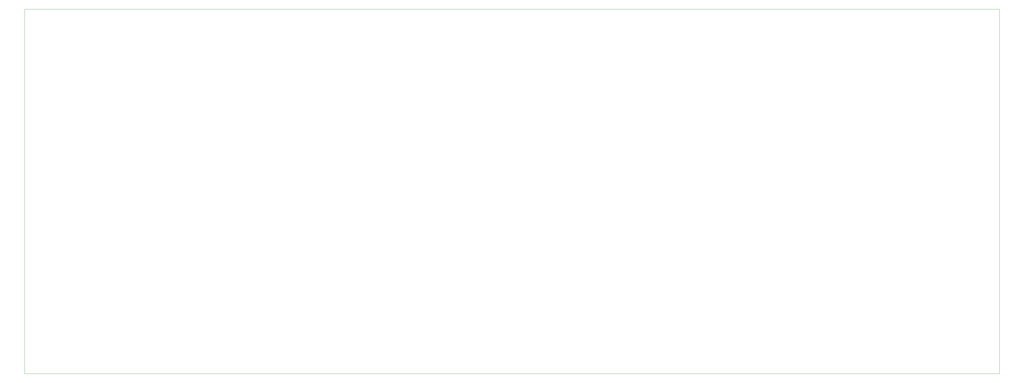
<source format=gm1>
G04 #@! TF.GenerationSoftware,KiCad,Pcbnew,(6.0.9-0)*
G04 #@! TF.CreationDate,2023-02-07T08:34:52+01:00*
G04 #@! TF.ProjectId,Backplane,4261636b-706c-4616-9e65-2e6b69636164,A*
G04 #@! TF.SameCoordinates,Original*
G04 #@! TF.FileFunction,Profile,NP*
%FSLAX46Y46*%
G04 Gerber Fmt 4.6, Leading zero omitted, Abs format (unit mm)*
G04 Created by KiCad (PCBNEW (6.0.9-0)) date 2023-02-07 08:34:52*
%MOMM*%
%LPD*%
G01*
G04 APERTURE LIST*
G04 #@! TA.AperFunction,Profile*
%ADD10C,0.100000*%
G04 #@! TD*
G04 APERTURE END LIST*
D10*
X38100000Y-78255000D02*
X381000000Y-78255000D01*
X381000000Y-78255000D02*
X381000000Y-206805000D01*
X381000000Y-206805000D02*
X38100000Y-206805000D01*
X38100000Y-206805000D02*
X38100000Y-78255000D01*
M02*

</source>
